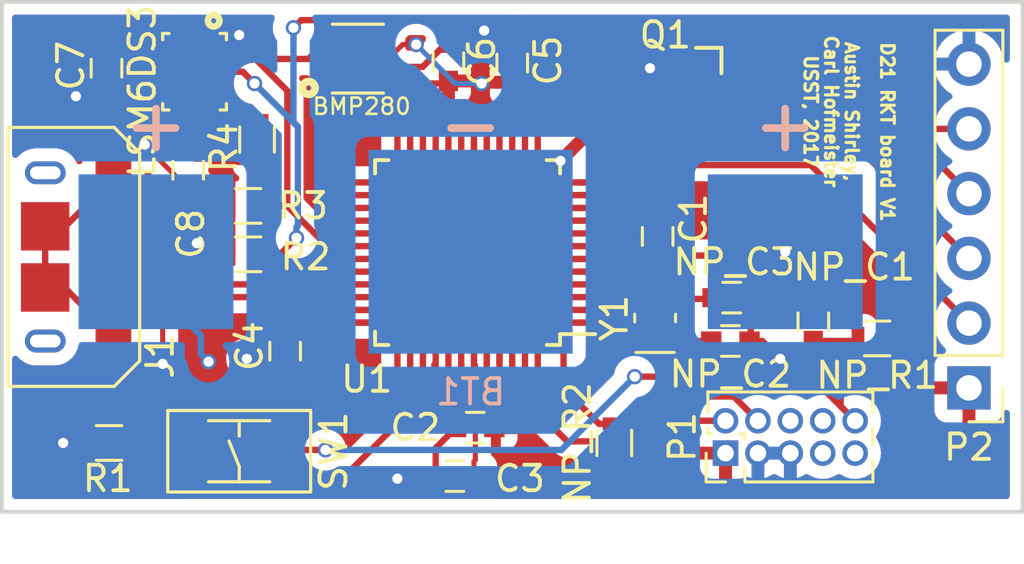
<source format=kicad_pcb>
(kicad_pcb (version 20221018) (generator pcbnew)
  (layers (0 "F.Cu" signal) (31 "B.Cu" signal) (34 "B.Paste" user) (35 "F.Paste" user) (36 "B.SilkS" user "B.Silkscreen") (37 "F.SilkS" user "F.Silkscreen") (38 "B.Mask" user) (39 "F.Mask" user) (44 "Edge.Cuts" user))
  (net 0 "")
  (net 1 "+3.3VP")
  (net 2 "Net-(BT1-Pad2)")
  (net 3 "GND")
  (net 4 "Net-(C3-Pad1)")
  (net 5 "/USB_D-")
  (net 6 "/USB_D+")
  (net 7 "SLD")
  (net 8 "/~{RESET}")
  (net 9 "Net-(NP_C2-Pad2)")
  (net 10 "Net-(NP_C3-Pad2)")
  (net 11 "/SWCLK")
  (net 12 "/SWDIO")
  (net 13 "Net-(R1-Pad2)")
  (net 14 "/SCL")
  (net 15 "/SDA")
  (net 16 "Net-(R4-Pad2)")
  (net 17 "Net-(SW1-Pad4)")
  (net 18 "Net-(J1-Pad1)")
  (net 19 "Net-(J1-Pad4)")
  (net 20 "Net-(P1-Pad6)")
  (net 21 "Net-(P1-Pad7)")
  (net 22 "Net-(P1-Pad8)")
  (net 23 "Net-(P1-Pad9)")
  (net 24 "/A4")
  (net 25 "/A5")
  (net 26 "/GPIO2")
  (net 27 "/GPIO3")
  (net 28 "Net-(U1-Pad3)")
  (net 29 "Net-(U1-Pad4)")
  (net 30 "Net-(U1-Pad7)")
  (net 31 "Net-(U1-Pad8)")
  (net 32 "Net-(U1-Pad13)")
  (net 33 "Net-(U1-Pad14)")
  (net 34 "Net-(U1-Pad15)")
  (net 35 "Net-(U1-Pad16)")
  (net 36 "Net-(U1-Pad19)")
  (net 37 "Net-(U1-Pad20)")
  (net 38 "Net-(U1-Pad21)")
  (net 39 "Net-(U1-Pad22)")
  (net 40 "Net-(U1-Pad23)")
  (net 41 "Net-(U1-Pad24)")
  (net 42 "Net-(U1-Pad25)")
  (net 43 "Net-(U1-Pad26)")
  (net 44 "Net-(U1-Pad27)")
  (net 45 "Net-(U1-Pad28)")
  (net 46 "Net-(U1-Pad29)")
  (net 47 "Net-(U1-Pad30)")
  (net 48 "Net-(U1-Pad37)")
  (net 49 "Net-(U1-Pad38)")
  (net 50 "Net-(U1-Pad39)")
  (net 51 "Net-(U1-Pad41)")
  (net 52 "Net-(U1-Pad47)")
  (net 53 "Net-(U1-Pad48)")
  (net 54 "/LSM_INT1")
  (net 55 "/LSM_INT2")
  (net 56 "Net-(U2-Pad10)")
  (net 57 "Net-(U2-Pad11)")
  (net 58 "Net-(U3-Pad1)")
  (footprint "Capacitors_SMD:C_0603" (layer "F.Cu") (at 165.4 87.6 90)
    (fp_text reference "C1" (at 0.7 1.4 90) (layer "F.SilkS"))
    (fp_text value "100n")
    (pad "1" smd rect (at -0.75 0 90) (size 0.8 0.75) (layers "F.Cu" "F.Paste" "F.Mask") (net 3 "GND"))
    (pad "2" smd rect (at 0.75 0 90) (size 0.8 0.75) (layers "F.Cu" "F.Paste" "F.Mask") (net 1 "+3.3VP"))
  )
  (footprint "Capacitors_SMD:C_0603" (layer "F.Cu") (at 158.25 95.1)
    (fp_text reference "C2" (at -2.35 0) (layer "F.SilkS"))
    (fp_text value "100n")
    (pad "1" smd rect (at -0.75 0) (size 0.8 0.75) (layers "F.Cu" "F.Paste" "F.Mask") (net 3 "GND"))
    (pad "2" smd rect (at 0.75 0) (size 0.8 0.75) (layers "F.Cu" "F.Paste" "F.Mask") (net 1 "+3.3VP"))
  )
  (footprint "Capacitors_SMD:C_0603" (layer "F.Cu") (at 157.45 97 180)
    (fp_text reference "C3" (at -2.55 -0.1 180) (layer "F.SilkS"))
    (fp_text value "1u")
    (pad "1" smd rect (at -0.75 0 180) (size 0.8 0.75) (layers "F.Cu" "F.Paste" "F.Mask") (net 4 "Net-(C3-Pad1)"))
    (pad "2" smd rect (at 0.75 0 180) (size 0.8 0.75) (layers "F.Cu" "F.Paste" "F.Mask") (net 3 "GND"))
  )
  (footprint "Capacitors_SMD:C_0603" (layer "F.Cu") (at 150.8 92.1 -90)
    (fp_text reference "C4" (at -0.2 1.4 270) (layer "F.SilkS"))
    (fp_text value "100n")
    (pad "1" smd rect (at -0.75 0 270) (size 0.8 0.75) (layers "F.Cu" "F.Paste" "F.Mask") (net 3 "GND"))
    (pad "2" smd rect (at 0.75 0 270) (size 0.8 0.75) (layers "F.Cu" "F.Paste" "F.Mask") (net 1 "+3.3VP"))
  )
  (footprint "Capacitors_SMD:C_0603" (layer "F.Cu") (at 159.7 80.8 90)
    (fp_text reference "C5" (at 0.1 1.4 90) (layer "F.SilkS"))
    (fp_text value "100n")
    (pad "1" smd rect (at -0.75 0 90) (size 0.8 0.75) (layers "F.Cu" "F.Paste" "F.Mask") (net 1 "+3.3VP"))
    (pad "2" smd rect (at 0.75 0 90) (size 0.8 0.75) (layers "F.Cu" "F.Paste" "F.Mask") (net 3 "GND"))
  )
  (footprint "Capacitors_SMD:C_0603" (layer "F.Cu") (at 157.2 80.75 90)
    (fp_text reference "C6" (at 0 1.3 90) (layer "F.SilkS"))
    (fp_text value "100n")
    (pad "1" smd rect (at -0.75 0 90) (size 0.8 0.75) (layers "F.Cu" "F.Paste" "F.Mask") (net 1 "+3.3VP"))
    (pad "2" smd rect (at 0.75 0 90) (size 0.8 0.75) (layers "F.Cu" "F.Paste" "F.Mask") (net 3 "GND"))
  )
  (footprint "Capacitors_SMD:C_0603" (layer "F.Cu") (at 143.8 81 -90)
    (fp_text reference "C7" (at -0.1 1.4 270) (layer "F.SilkS"))
    (fp_text value "100n")
    (pad "1" smd rect (at -0.75 0 270) (size 0.8 0.75) (layers "F.Cu" "F.Paste" "F.Mask") (net 1 "+3.3VP"))
    (pad "2" smd rect (at 0.75 0 270) (size 0.8 0.75) (layers "F.Cu" "F.Paste" "F.Mask") (net 3 "GND"))
  )
  (footprint "Capacitors_SMD:C_0603" (layer "F.Cu") (at 147 85 90)
    (fp_text reference "C8" (at -2.5 0.1 90) (layer "F.SilkS"))
    (fp_text value "100n")
    (pad "1" smd rect (at -0.75 0 90) (size 0.8 0.75) (layers "F.Cu" "F.Paste" "F.Mask") (net 3 "GND"))
    (pad "2" smd rect (at 0.75 0 90) (size 0.8 0.75) (layers "F.Cu" "F.Paste" "F.Mask") (net 1 "+3.3VP"))
  )
  (footprint "MF_Connectors:MF_Connectors-MICROUSB-RIGHT" (layer "F.Cu") (at 142.8 88.40214 -90)
    (fp_text reference "J1" (at 3.89786 -3.1 270) (layer "F.SilkS") (effects (font (size 1.016 1.016) (thickness 0.1524))))
    (fp_text value "USB_MICRO_RIGHT")
    (pad "" thru_hole oval (at -3.3 1.4 270) (size 0.5 1.2) (drill oval 0.5 1.2) (layers "Edge.Cuts") (clearance 0.000003))
    (pad "" thru_hole oval (at 3.3 1.4 270) (size 0.5 1.2) (drill oval 0.5 1.2) (layers "Edge.Cuts") (clearance 0.000003))
    (pad "1" smd rect (at -1.29794 -1.27 90) (size 0.39878 1.34874) (layers "F.Cu" "F.Paste" "F.Mask") (net 18 "Net-(J1-Pad1)") (clearance 0.127))
    (pad "2" smd rect (at -0.6477 -1.27 90) (size 0.39878 1.34874) (layers "F.Cu" "F.Paste" "F.Mask") (net 5 "/USB_D-") (clearance 0.127))
    (pad "3" smd rect (at 0 -1.27 90) (size 0.39878 1.34874) (layers "F.Cu" "F.Paste" "F.Mask") (net 6 "/USB_D+") (clearance 0.127))
    (pad "4" smd rect (at 0.6477 -1.27 90) (size 0.39878 1.34874) (layers "F.Cu" "F.Paste" "F.Mask") (net 19 "Net-(J1-Pad4)") (clearance 0.127))
    (pad "5" smd rect (at 1.29794 -1.27 90) (size 0.39878 1.34874) (layers "F.Cu" "F.Paste" "F.Mask") (net 3 "GND") (clearance 0.127))
    (pad "S1" smd oval (at -3.29946 1.39954 90) (size 0.89916 1.59766) (layers "F.Cu" "F.Paste" "F.Mask") (net 7 "SLD"))
    (pad "S2" smd oval (at 3.29946 1.39954 90) (size 0.89916 1.59766) (layers "F.Cu" "F.Paste" "F.Mask") (net 7 "SLD"))
    (pad "S3" smd rect (at -3.19786 -1.27) (size 1.39954 1.59766) (layers "F.Cu" "F.Paste" "F.Mask") (net 7 "SLD"))
    (pad "S4" smd rect (at 3.19786 -1.27) (size 1.39954 1.59766) (layers "F.Cu" "F.Paste" "F.Mask") (net 7 "SLD"))
    (pad "S5" smd rect (at -1.19888 1.40462 270) (size 1.89992 1.89992) (layers "F.Cu" "F.Paste" "F.Mask") (net 7 "SLD"))
    (pad "S6" smd rect (at 1.19888 1.40462 270) (size 1.89992 1.89992) (layers "F.Cu" "F.Paste" "F.Mask") (net 7 "SLD"))
    (pad "S7" smd oval (at -3.29946 1.39954 90) (size 0.89916 1.59766) (layers "B.Cu" "B.Mask"))
    (pad "S8" smd oval (at 3.29946 1.39954 90) (size 0.89916 1.59766) (layers "B.Cu" "B.Mask"))
  )
  (footprint "Capacitors_SMD:C_0603" (layer "F.Cu") (at 171.5 90.95 -90)
    (fp_text reference "NP_C1" (at -2.15 -1.6) (layer "F.SilkS"))
    (fp_text value "100n")
    (pad "1" smd rect (at -0.75 0 270) (size 0.8 0.75) (layers "F.Cu" "F.Paste" "F.Mask") (net 3 "GND"))
    (pad "2" smd rect (at 0.75 0 270) (size 0.8 0.75) (layers "F.Cu" "F.Paste" "F.Mask") (net 8 "/~{RESET}"))
  )
  (footprint "Capacitors_SMD:C_0603" (layer "F.Cu") (at 168.25 91.7 180)
    (fp_text reference "NP_C2" (at 0 -1.3 180) (layer "F.SilkS"))
    (fp_text value "15p")
    (pad "1" smd rect (at -0.75 0 180) (size 0.8 0.75) (layers "F.Cu" "F.Paste" "F.Mask") (net 3 "GND"))
    (pad "2" smd rect (at 0.75 0 180) (size 0.8 0.75) (layers "F.Cu" "F.Paste" "F.Mask") (net 9 "Net-(NP_C2-Pad2)"))
  )
  (footprint "Capacitors_SMD:C_0603" (layer "F.Cu") (at 168.3 90 180)
    (fp_text reference "NP_C3" (at -0.1 1.4 180) (layer "F.SilkS"))
    (fp_text value "15p")
    (pad "1" smd rect (at -0.75 0 180) (size 0.8 0.75) (layers "F.Cu" "F.Paste" "F.Mask") (net 3 "GND"))
    (pad "2" smd rect (at 0.75 0 180) (size 0.8 0.75) (layers "F.Cu" "F.Paste" "F.Mask") (net 10 "Net-(NP_C3-Pad2)"))
  )
  (footprint "Resistors_SMD:R_0603" (layer "F.Cu") (at 174 91.6 180)
    (fp_text reference "NP_R1" (at 0 -1.45 180) (layer "F.SilkS"))
    (fp_text value "10k")
    (pad "1" smd rect (at -0.75 0 180) (size 0.5 0.9) (layers "F.Cu" "F.Paste" "F.Mask") (net 1 "+3.3VP"))
    (pad "2" smd rect (at 0.75 0 180) (size 0.5 0.9) (layers "F.Cu" "F.Paste" "F.Mask") (net 8 "/~{RESET}"))
  )
  (footprint "Resistors_SMD:R_0603" (layer "F.Cu") (at 163.7 95.7 90)
    (fp_text reference "NP_R2" (at 0 -1.45 90) (layer "F.SilkS"))
    (fp_text value "1k")
    (pad "1" smd rect (at -0.75 0 90) (size 0.5 0.9) (layers "F.Cu" "F.Paste" "F.Mask") (net 1 "+3.3VP"))
    (pad "2" smd rect (at 0.75 0 90) (size 0.5 0.9) (layers "F.Cu" "F.Paste" "F.Mask") (net 11 "/SWCLK"))
  )
  (footprint "Pin_Headers:Pin_Header_Straight_2x05_Pitch1.27mm" (layer "F.Cu") (at 168.06 96.1 90)
    (fp_text reference "P1" (at 0.635 -1.695 90) (layer "F.SilkS"))
    (fp_text value "SWD_CONN")
    (pad "1" thru_hole rect (at 0 0 90) (size 1 1) (drill 0.65) (layers "*.Cu" "*.Mask") (net 1 "+3.3VP"))
    (pad "2" thru_hole oval (at 1.27 0 90) (size 1 1) (drill 0.65) (layers "*.Cu" "*.Mask") (net 12 "/SWDIO"))
    (pad "3" thru_hole oval (at 0 1.27 90) (size 1 1) (drill 0.65) (layers "*.Cu" "*.Mask") (net 3 "GND"))
    (pad "4" thru_hole oval (at 1.27 1.27 90) (size 1 1) (drill 0.65) (layers "*.Cu" "*.Mask") (net 11 "/SWCLK"))
    (pad "5" thru_hole oval (at 0 2.54 90) (size 1 1) (drill 0.65) (layers "*.Cu" "*.Mask") (net 3 "GND"))
    (pad "6" thru_hole oval (at 1.27 2.54 90) (size 1 1) (drill 0.65) (layers "*.Cu" "*.Mask") (net 20 "Net-(P1-Pad6)"))
    (pad "7" thru_hole oval (at 0 3.81 90) (size 1 1) (drill 0.65) (layers "*.Cu" "*.Mask") (net 21 "Net-(P1-Pad7)"))
    (pad "8" thru_hole oval (at 1.27 3.81 90) (size 1 1) (drill 0.65) (layers "*.Cu" "*.Mask") (net 22 "Net-(P1-Pad8)"))
    (pad "9" thru_hole oval (at 0 5.08 90) (size 1 1) (drill 0.65) (layers "*.Cu" "*.Mask") (net 23 "Net-(P1-Pad9)"))
    (pad "10" thru_hole oval (at 1.27 5.08 90) (size 1 1) (drill 0.65) (layers "*.Cu" "*.Mask") (net 8 "/~{RESET}"))
  )
  (footprint "robobits-generic:SOT-490" (layer "F.Cu") (at 166.4 81.2 180)
    (fp_text reference "Q1" (at 0.7 1.5 180) (layer "F.SilkS"))
    (fp_text value "RE1C002UN")
    (pad "1" smd rect (at -0.5 0 180) (size 0.46 0.65) (layers "F.Cu" "F.Paste" "F.Mask") (net 1 "+3.3VP"))
    (pad "2" smd rect (at 0.5 0 180) (size 0.46 0.65) (layers "F.Cu" "F.Paste" "F.Mask") (net 3 "GND"))
    (pad "3" smd rect (at 0 -1.05 180) (size 0.46 0.65) (layers "F.Cu" "F.Paste" "F.Mask") (net 2 "Net-(BT1-Pad2)"))
  )
  (footprint "Resistors_SMD:R_0603" (layer "F.Cu") (at 143.9 95.7)
    (fp_text reference "R1" (at -0.05 1.4) (layer "F.SilkS"))
    (fp_text value "330")
    (pad "1" smd rect (at -0.75 0) (size 0.5 0.9) (layers "F.Cu" "F.Paste" "F.Mask") (net 3 "GND"))
    (pad "2" smd rect (at 0.75 0) (size 0.5 0.9) (layers "F.Cu" "F.Paste" "F.Mask") (net 13 "Net-(R1-Pad2)"))
  )
  (footprint "Resistors_SMD:R_0603" (layer "F.Cu") (at 149.35 88.3)
    (fp_text reference "R2" (at 2.25 0.1) (layer "F.SilkS"))
    (fp_text value "4.7k")
    (pad "1" smd rect (at -0.75 0) (size 0.5 0.9) (layers "F.Cu" "F.Paste" "F.Mask") (net 1 "+3.3VP"))
    (pad "2" smd rect (at 0.75 0) (size 0.5 0.9) (layers "F.Cu" "F.Paste" "F.Mask") (net 14 "/SCL"))
  )
  (footprint "Resistors_SMD:R_0603" (layer "F.Cu") (at 149.35 86.4)
    (fp_text reference "R3" (at 2.15 0) (layer "F.SilkS"))
    (fp_text value "4.7k")
    (pad "1" smd rect (at -0.75 0) (size 0.5 0.9) (layers "F.Cu" "F.Paste" "F.Mask") (net 1 "+3.3VP"))
    (pad "2" smd rect (at 0.75 0) (size 0.5 0.9) (layers "F.Cu" "F.Paste" "F.Mask") (net 15 "/SDA"))
  )
  (footprint "Resistors_SMD:R_0603" (layer "F.Cu") (at 149.7 83.8 90)
    (fp_text reference "R4" (at -0.3 -1.3 90) (layer "F.SilkS"))
    (fp_text value "10k")
    (pad "1" smd rect (at -0.75 0 90) (size 0.5 0.9) (layers "F.Cu" "F.Paste" "F.Mask") (net 1 "+3.3VP"))
    (pad "2" smd rect (at 0.75 0 90) (size 0.5 0.9) (layers "F.Cu" "F.Paste" "F.Mask") (net 16 "Net-(R4-Pad2)"))
  )
  (footprint "MF_Switches:MF_Switches-TACT4.2MM" (layer "F.Cu") (at 149 96.02558)
    (fp_text reference "SW1" (at 3.7 0 90) (layer "F.SilkS") (effects (font (size 1.016 1.016) (thickness 0.1524))))
    (fp_text value "TACT_4.2MM")
    (pad "1" smd rect (at -2.07264 -1.07442 90) (size 0.6477 1.04902) (layers "F.Cu" "F.Paste" "F.Mask") (net 13 "Net-(R1-Pad2)"))
    (pad "2" smd rect (at 2.07264 -1.07442 90) (size 0.6477 1.04902) (layers "F.Cu" "F.Paste" "F.Mask") (net 13 "Net-(R1-Pad2)"))
    (pad "3" smd rect (at -2.07264 1.07442 90) (size 0.6477 1.04902) (layers "F.Cu" "F.Paste" "F.Mask") (net 8 "/~{RESET}"))
    (pad "4" smd rect (at 2.07264 1.07442 90) (size 0.6477 1.04902) (layers "F.Cu" "F.Paste" "F.Mask") (net 17 "Net-(SW1-Pad4)"))
  )
  (footprint "Housings_QFP:TQFP-48_7x7mm_Pitch0.5mm" (layer "F.Cu") (at 157.95 88.231108 180)
    (fp_text reference "U1" (at 3.95 -4.968892 180) (layer "F.SilkS"))
    (fp_text value "ATSAMD21G18A")
    (pad "1" smd rect (at -4.35 -2.75 180) (size 1.3 0.25) (layers "F.Cu" "F.Paste" "F.Mask") (net 9 "Net-(NP_C2-Pad2)"))
    (pad "2" smd rect (at -4.35 -2.25 180) (size 1.3 0.25) (layers "F.Cu" "F.Paste" "F.Mask") (net 10 "Net-(NP_C3-Pad2)"))
    (pad "3" smd rect (at -4.35 -1.75 180) (size 1.3 0.25) (layers "F.Cu" "F.Paste" "F.Mask") (net 28 "Net-(U1-Pad3)"))
    (pad "4" smd rect (at -4.35 -1.25 180) (size 1.3 0.25) (layers "F.Cu" "F.Paste" "F.Mask") (net 29 "Net-(U1-Pad4)"))
    (pad "5" smd rect (at -4.35 -0.75 180) (size 1.3 0.25) (layers "F.Cu" "F.Paste" "F.Mask") (net 3 "GND"))
    (pad "6" smd rect (at -4.35 -0.25 180) (size 1.3 0.25) (layers "F.Cu" "F.Paste" "F.Mask") (net 1 "+3.3VP"))
    (pad "7" smd rect (at -4.35 0.25 180) (size 1.3 0.25) (layers "F.Cu" "F.Paste" "F.Mask") (net 30 "Net-(U1-Pad7)"))
    (pad "8" smd rect (at -4.35 0.75 180) (size 1.3 0.25) (layers "F.Cu" "F.Paste" "F.Mask") (net 31 "Net-(U1-Pad8)"))
    (pad "9" smd rect (at -4.35 1.25 180) (size 1.3 0.25) (layers "F.Cu" "F.Paste" "F.Mask") (net 24 "/A4"))
    (pad "10" smd rect (at -4.35 1.75 180) (size 1.3 0.25) (layers "F.Cu" "F.Paste" "F.Mask") (net 25 "/A5"))
    (pad "11" smd rect (at -4.35 2.25 180) (size 1.3 0.25) (layers "F.Cu" "F.Paste" "F.Mask") (net 26 "/GPIO2"))
    (pad "12" smd rect (at -4.35 2.75 180) (size 1.3 0.25) (layers "F.Cu" "F.Paste" "F.Mask") (net 27 "/GPIO3"))
    (pad "13" smd rect (at -2.75 4.35 270) (size 1.3 0.25) (layers "F.Cu" "F.Paste" "F.Mask") (net 32 "Net-(U1-Pad13)"))
    (pad "14" smd rect (at -2.25 4.35 270) (size 1.3 0.25) (layers "F.Cu" "F.Paste" "F.Mask") (net 33 "Net-(U1-Pad14)"))
    (pad "15" smd rect (at -1.75 4.35 270) (size 1.3 0.25) (layers "F.Cu" "F.Paste" "F.Mask") (net 34 "Net-(U1-Pad15)"))
    (pad "16" smd rect (at -1.25 4.35 270) (size 1.3 0.25) (layers "F.Cu" "F.Paste" "F.Mask") (net 35 "Net-(U1-Pad16)"))
    (pad "17" smd rect (at -0.75 4.35 270) (size 1.3 0.25) (layers "F.Cu" "F.Paste" "F.Mask") (net 1 "+3.3VP"))
    (pad "18" smd rect (at -0.25 4.35 270) (size 1.3 0.25) (layers "F.Cu" "F.Paste" "F.Mask") (net 3 "GND"))
    (pad "19" smd rect (at 0.25 4.35 270) (size 1.3 0.25) (layers "F.Cu" "F.Paste" "F.Mask") (net 36 "Net-(U1-Pad19)"))
    (pad "20" smd rect (at 0.75 4.35 270) (size 1.3 0.25) (layers "F.Cu" "F.Paste" "F.Mask") (net 37 "Net-(U1-Pad20)"))
    (pad "21" smd rect (at 1.25 4.35 270) (size 1.3 0.25) (layers "F.Cu" "F.Paste" "F.Mask") (net 38 "Net-(U1-Pad21)"))
    (pad "22" smd rect (at 1.75 4.35 270) (size 1.3 0.25) (layers "F.Cu" "F.Paste" "F.Mask") (net 39 "Net-(U1-Pad22)"))
    (pad "23" smd rect (at 2.25 4.35 270) (size 1.3 0.25) (layers "F.Cu" "F.Paste" "F.Mask") (net 40 "Net-(U1-Pad23)"))
    (pad "24" smd rect (at 2.75 4.35 270) (size 1.3 0.25) (layers "F.Cu" "F.Paste" "F.Mask") (net 41 "Net-(U1-Pad24)"))
    (pad "25" smd rect (at 4.35 2.75 180) (size 1.3 0.25) (layers "F.Cu" "F.Paste" "F.Mask") (net 42 "Net-(U1-Pad25)"))
    (pad "26" smd rect (at 4.35 2.25 180) (size 1.3 0.25) (layers "F.Cu" "F.Paste" "F.Mask") (net 43 "Net-(U1-Pad26)"))
    (pad "27" smd rect (at 4.35 1.75 180) (size 1.3 0.25) (layers "F.Cu" "F.Paste" "F.Mask") (net 44 "Net-(U1-Pad27)"))
    (pad "28" smd rect (at 4.35 1.25 180) (size 1.3 0.25) (layers "F.Cu" "F.Paste" "F.Mask") (net 45 "Net-(U1-Pad28)"))
    (pad "29" smd rect (at 4.35 0.75 180) (size 1.3 0.25) (layers "F.Cu" "F.Paste" "F.Mask") (net 46 "Net-(U1-Pad29)"))
    (pad "30" smd rect (at 4.35 0.25 180) (size 1.3 0.25) (layers "F.Cu" "F.Paste" "F.Mask") (net 47 "Net-(U1-Pad30)"))
    (pad "31" smd rect (at 4.35 -0.25 180) (size 1.3 0.25) (layers "F.Cu" "F.Paste" "F.Mask") (net 15 "/SDA"))
    (pad "32" smd rect (at 4.35 -0.75 180) (size 1.3 0.25) (layers "F.Cu" "F.Paste" "F.Mask") (net 14 "/SCL"))
    (pad "33" smd rect (at 4.35 -1.25 180) (size 1.3 0.25) (layers "F.Cu" "F.Paste" "F.Mask") (net 5 "/USB_D-"))
    (pad "34" smd rect (at 4.35 -1.75 180) (size 1.3 0.25) (layers "F.Cu" "F.Paste" "F.Mask") (net 6 "/USB_D+"))
    (pad "35" smd rect (at 4.35 -2.25 180) (size 1.3 0.25) (layers "F.Cu" "F.Paste" "F.Mask") (net 3 "GND"))
    (pad "36" smd rect (at 4.35 -2.75 180) (size 1.3 0.25) (layers "F.Cu" "F.Paste" "F.Mask") (net 1 "+3.3VP"))
    (pad "37" smd rect (at 2.75 -4.35 270) (size 1.3 0.25) (layers "F.Cu" "F.Paste" "F.Mask") (net 48 "Net-(U1-Pad37)"))
    (pad "38" smd rect (at 2.25 -4.35 270) (size 1.3 0.25) (layers "F.Cu" "F.Paste" "F.Mask") (net 49 "Net-(U1-Pad38)"))
    (pad "39" smd rect (at 1.75 -4.35 270) (size 1.3 0.25) (layers "F.Cu" "F.Paste" "F.Mask") (net 50 "Net-(U1-Pad39)"))
    (pad "40" smd rect (at 1.25 -4.35 270) (size 1.3 0.25) (layers "F.Cu" "F.Paste" "F.Mask") (net 17 "Net-(SW1-Pad4)"))
    (pad "41" smd rect (at 0.75 -4.35 270) (size 1.3 0.25) (layers "F.Cu" "F.Paste" "F.Mask") (net 51 "Net-(U1-Pad41)"))
    (pad "42" smd rect (at 0.25 -4.35 270) (size 1.3 0.25) (layers "F.Cu" "F.Paste" "F.Mask") (net 3 "GND"))
    (pad "43" smd rect (at -0.25 -4.35 270) (size 1.3 0.25) (layers "F.Cu" "F.Paste" "F.Mask") (net 4 "Net-(C3-Pad1)"))
    (pad "44" smd rect (at -0.75 -4.35 270) (size 1.3 0.25) (layers "F.Cu" "F.Paste" "F.Mask") (net 1 "+3.3VP"))
    (pad "45" smd rect (at -1.25 -4.35 270) (size 1.3 0.25) (layers "F.Cu" "F.Paste" "F.Mask") (net 11 "/SWCLK"))
    (pad "46" smd rect (at -1.75 -4.35 270) (size 1.3 0.25) (layers "F.Cu" "F.Paste" "F.Mask") (net 12 "/SWDIO"))
    (pad "47" smd rect (at -2.25 -4.35 270) (size 1.3 0.25) (layers "F.Cu" "F.Paste" "F.Mask") (net 52 "Net-(U1-Pad47)"))
    (pad "48" smd rect (at -2.75 -4.35 270) (size 1.3 0.25) (layers "F.Cu" "F.Paste" "F.Mask") (net 53 "Net-(U1-Pad48)"))
  )
  (footprint "robobits-generic:LGA-14" (layer "F.Cu") (at 147.25 81.1375 -90)
    (fp_text reference "U2")
    (fp_text value "LSM6DS3" (at 0.7625 2.05 270) (layer "F.SilkS") (effects (font (size 1.00051 1.00051))))
    (pad "1" smd rect (at -1.2625 -0.75 270) (size 0.675 0.25) (layers "F.Cu" "F.Paste" "F.Mask") (net 3 "GND"))
    (pad "2" smd rect (at -1.2625 -0.25 270) (size 0.675 0.25) (layers "F.Cu" "F.Paste" "F.Mask") (net 3 "GND"))
    (pad "3" smd rect (at -1.2625 0.25 270) (size 0.675 0.25) (layers "F.Cu" "F.Paste" "F.Mask") (net 3 "GND"))
    (pad "4" smd rect (at -1.2625 0.75 270) (size 0.675 0.25) (layers "F.Cu" "F.Paste" "F.Mask") (net 54 "/LSM_INT1"))
    (pad "5" smd rect (at -0.5 1.0125 180) (size 0.675 0.25) (layers "F.Cu" "F.Paste" "F.Mask") (net 1 "+3.3VP"))
    (pad "6" smd rect (at 0 1.0125 180) (size 0.675 0.25) (layers "F.Cu" "F.Paste" "F.Mask") (net 3 "GND"))
    (pad "7" smd rect (at 0.5 1.0125 180) (size 0.675 0.25) (layers "F.Cu" "F.Paste" "F.Mask") (net 3 "GND"))
    (pad "8" smd rect (at 1.2625 0.75 270) (size 0.675 0.25) (layers "F.Cu" "F.Paste" "F.Mask") (net 1 "+3.3VP"))
    (pad "9" smd rect (at 1.2625 0.25 270) (size 0.675 0.25) (layers "F.Cu" "F.Paste" "F.Mask") (net 55 "/LSM_INT2"))
    (pad "10" smd rect (at 1.2625 -0.25 270) (size 0.675 0.25) (layers "F.Cu" "F.Paste" "F.Mask") (net 56 "Net-(U2-Pad10)"))
    (pad "11" smd rect (at 1.2625 -0.75 270) (size 0.675 0.25) (layers "F.Cu" "F.Paste" "F.Mask") (net 57 "Net-(U2-Pad11)"))
    (pad "12" smd rect (at 0.5 -1.0125) (size 0.675 0.25) (layers "F.Cu" "F.Paste" "F.Mask") (net 16 "Net-(R4-Pad2)"))
    (pad "13" smd rect (at 0 -1.0125) (size 0.675 0.25) (layers "F.Cu" "F.Paste" "F.Mask") (net 14 "/SCL"))
    (pad "14" smd rect (at -0.5 -1.0125) (size 0.675 0.25) (layers "F.Cu" "F.Paste" "F.Mask") (net 15 "/SDA"))
  )
  (footprint "robobits-generic:LGA-8" (layer "F.Cu") (at 153.65 80.625 180)
    (fp_text reference "U3")
    (fp_text value "BMP280" (at -0.15 -1.875 180) (layer "F.SilkS") (effects (font (size 0.640485 0.640485) (thickness 0.1))))
    (pad "1" smd rect (at 0.95 -0.975 180) (size 0.8 0.35) (layers "F.Cu" "F.Paste" "F.Mask") (net 58 "Net-(U3-Pad1)"))
    (pad "2" smd rect (at 0.95 -0.325 180) (size 0.8 0.35) (layers "F.Cu" "F.Paste" "F.Mask") (net 1 "+3.3VP"))
    (pad "3" smd rect (at 0.95 0.325 180) (size 0.8 0.35) (layers "F.Cu" "F.Paste" "F.Mask") (net 15 "/SDA"))
    (pad "4" smd rect (at 0.95 0.975 180) (size 0.8 0.35) (layers "F.Cu" "F.Paste" "F.Mask") (net 14 "/SCL"))
    (pad "5" smd rect (at -0.95 0.975 180) (size 0.8 0.35) (layers "F.Cu" "F.Paste" "F.Mask") (net 3 "GND"))
    (pad "6" smd rect (at -0.95 0.325 180) (size 0.8 0.35) (layers "F.Cu" "F.Paste" "F.Mask") (net 1 "+3.3VP"))
    (pad "7" smd rect (at -0.95 -0.325 180) (size 0.8 0.35) (layers "F.Cu" "F.Paste" "F.Mask") (net 3 "GND"))
    (pad "8" smd rect (at -0.95 -0.975 180) (size 0.8 0.35) (layers "F.Cu" "F.Paste" "F.Mask") (net 1 "+3.3VP"))
  )
  (footprint "Crystals:Crystal_SMD_MicroCrystal_CC8V-T1A-2pin_2.0x1.2mm" (layer "F.Cu") (at 165.3 90.8 90)
    (fp_text reference "Y1" (at 0 -1.6 90) (layer "F.SilkS"))
    (fp_text value "ABS06-107-32.768KHZ-T")
    (pad "1" smd rect (at -0.75 0 90) (size 0.8 1.5) (layers "F.Cu" "F.Paste" "F.Mask") (net 9 "Net-(NP_C2-Pad2)"))
    (pad "2" smd rect (at 0.75 0 90) (size 0.8 1.5) (layers "F.Cu" "F.Paste" "F.Mask") (net 10 "Net-(NP_C3-Pad2)"))
  )
  (footprint "Pin_Headers:Pin_Header_Straight_1x06_Pitch2.54mm" (layer "F.Cu") (at 177.6 93.54 180)
    (fp_text reference "P2" (at 0 -2.33 180) (layer "F.SilkS"))
    (fp_text value "CONN_01X06")
    (pad "1" thru_hole rect (at 0 0 180) (size 1.7 1.7) (drill 1) (layers "*.Cu" "*.Mask") (net 1 "+3.3VP"))
    (pad "2" thru_hole oval (at 0 2.54 180) (size 1.7 1.7) (drill 1) (layers "*.Cu" "*.Mask") (net 24 "/A4"))
    (pad "3" thru_hole oval (at 0 5.08 180) (size 1.7 1.7) (drill 1) (layers "*.Cu" "*.Mask") (net 25 "/A5"))
    (pad "4" thru_hole oval (at 0 7.62 180) (size 1.7 1.7) (drill 1) (layers "*.Cu" "*.Mask") (net 26 "/GPIO2"))
    (pad "5" thru_hole oval (at 0 10.16 180) (size 1.7 1.7) (drill 1) (layers "*.Cu" "*.Mask") (net 27 "/GPIO3"))
    (pad "6" thru_hole oval (at 0 12.7 180) (size 1.7 1.7) (drill 1) (layers "*.Cu" "*.Mask") (net 3 "GND"))
  )
  (footprint "robobits-generic:BK-833" (layer "B.Cu") (at 158.07 88.2 180)
    (fp_text reference "BT1" (at 0 -5.5 180) (layer "B.SilkS") (effects (justify mirror)))
    (fp_text value "BK-883")
    (fp_text user "+" (at 12.33 5 180) (layer "B.SilkS") (effects (font (size 2 2) (thickness 0.3)) (justify mirror)))
    (fp_text user "+" (at -12.33 5 180) (layer "B.SilkS") (effects (font (size 2 2) (thickness 0.3)) (justify mirror)))
    (fp_text user "-" (at 0 5 180) (layer "B.SilkS") (effects (font (size 2 2) (thickness 0.3)) (justify mirror)))
    (pad "1" smd rect (at -12.33 0 180) (size 6.07 6.07) (layers "B.Cu" "B.Paste" "B.Mask") (net 1 "+3.3VP"))
    (pad "1" smd rect (at 12.33 0 180) (size 6.07 6.07) (layers "B.Cu" "B.Paste" "B.Mask") (net 1 "+3.3VP"))
    (pad "2" smd rect (at 0 0 180) (size 8 8) (layers "B.Cu" "B.Paste" "B.Mask") (net 2 "Net-(BT1-Pad2)"))
  )
  (gr_line (start 139.7 78.4) (end 139.7 98.4) (stroke (width 0.15)) (layer "Edge.Cuts"))
  (gr_line (start 179.7 78.4) (end 139.7 78.4) (stroke (width 0.15)) (layer "Edge.Cuts"))
  (gr_line (start 179.7 98.4) (end 179.7 78.4) (stroke (width 0.15)) (layer "Edge.Cuts"))
  (gr_line (start 139.7 98.4) (end 179.7 98.4) (stroke (width 0.15)) (layer "Edge.Cuts"))
  (gr_text "Austin Shirley,\nCarl Hofmeister\nUSST, 2017" (at 172.2 82.7 270) (layer "F.SilkS") (effects (font (size 0.5 0.5) (thickness 0.125))))
  (gr_text "D21 RKT board V1" (at 174.4 83.5 270) (layer "F.SilkS") (effects (font (size 0.5 0.5) (thickness 0.125))))
  (segment (start 152.7 90.981108) (end 153.6 90.981108) (width 0.25) (layer "F.Cu") (net 1))
  (segment (start 153.6 90.981108) (end 158 90.981108) (width 0.25) (layer "F.Cu") (net 1))
  (segment (start 157.1 81.6) (end 157.2 81.5) (width 0.25) (layer "F.Cu") (net 1))
  (segment (start 144.8125 80.6375) (end 146.2375 80.6375) (width 0.25) (layer "F.Cu") (net 1))
  (segment (start 158.7 83.881108) (end 158.7 81.8) (width 0.25) (layer "F.Cu") (net 1))
  (segment (start 158.7 83.881108) (end 158.7 86.567334) (width 0.25) (layer "F.Cu") (net 1))
  (segment (start 146.5 83.75) (end 146.45 83.75) (width 0.25) (layer "F.Cu") (net 1))
  (segment (start 165.4 86.85) (end 169.05 86.85) (width 0.25) (layer "F.Cu") (net 1))
  (segment (start 153.439998 80.95) (end 154.089998 81.6) (width 0.25) (layer "F.Cu") (net 1))
  (segment (start 158.7 91.681108) (end 158.7 92.581108) (width 0.25) (layer "F.Cu") (net 1))
  (segment (start 161.056107 88.825001) (end 161.4 88.481108) (width 0.25) (layer "F.Cu") (net 1))
  (segment (start 157.444999 87.822335) (end 157.444999 88.500001) (width 0.25) (layer "F.Cu") (net 1))
  (segment (start 158 90.981108) (end 158.7 91.681108) (width 0.25) (layer "F.Cu") (net 1))
  (segment (start 155.93502 80.071177) (end 155.405709 80.071177) (width 0.2) (layer "F.Cu") (net 1))
  (segment (start 155.176886 80.3) (end 154.6 80.3) (width 0.2) (layer "F.Cu") (net 1))
  (segment (start 164.775 86.85) (end 164.3 87.325) (width 0.25) (layer "F.Cu") (net 1))
  (segment (start 158.7 92.581108) (end 158.7 93.8) (width 0.25) (layer "F.Cu") (net 1))
  (segment (start 158.7 81.8) (end 158.5 81.6) (width 0.25) (layer "F.Cu") (net 1))
  (segment (start 159.65 81.6) (end 159.7 81.55) (width 0.2) (layer "F.Cu") (net 1))
  (segment (start 152.643892 90.981108) (end 152.7 90.981108) (width 0.25) (layer "F.Cu") (net 1))
  (segment (start 158.7 93.8) (end 159 94.1) (width 0.25) (layer "F.Cu") (net 1))
  (segment (start 154.6 81.6) (end 157.1 81.6) (width 0.25) (layer "F.Cu") (net 1))
  (segment (start 157.444999 88.500001) (end 157.769999 88.825001) (width 0.25) (layer "F.Cu") (net 1))
  (segment (start 149.7 84.55) (end 147.3 84.55) (width 0.25) (layer "F.Cu") (net 1))
  (segment (start 146.5 82.4) (end 146.5 83.75) (width 0.25) (layer "F.Cu") (net 1))
  (segment (start 144.425 80.25) (end 144.8125 80.6375) (width 0.25) (layer "F.Cu") (net 1))
  (segment (start 150.8 92.85) (end 150.8 92.825) (width 0.25) (layer "F.Cu") (net 1))
  (segment (start 161.4 88.481108) (end 162.3 88.481108) (width 0.25) (layer "F.Cu") (net 1))
  (segment (start 164.118892 88.481108) (end 162.3 88.481108) (width 0.25) (layer "F.Cu") (net 1))
  (segment (start 158.5 81.6) (end 159.65 81.6) (width 0.2) (layer "F.Cu") (net 1))
  (segment (start 146.5 83.75) (end 147 84.25) (width 0.25) (layer "F.Cu") (net 1))
  (segment (start 169.05 86.85) (end 170.4 88.2) (width 0.25) (layer "F.Cu") (net 1))
  (segment (start 164.3 87.325) (end 164.3 88.3) (width 0.25) (layer "F.Cu") (net 1))
  (segment (start 157.769999 88.825001) (end 161.056107 88.825001) (width 0.25) (layer "F.Cu") (net 1))
  (segment (start 155.90522 80.100977) (end 155.93502 80.071177) (width 0.2) (layer "F.Cu") (net 1))
  (segment (start 146.125 82.4) (end 145.825 82.7) (width 0.25) (layer "F.Cu") (net 1))
  (segment (start 154.089998 81.6) (end 154.6 81.6) (width 0.25) (layer "F.Cu") (net 1))
  (segment (start 146.45 83.75) (end 146 83.3) (width 0.25) (layer "F.Cu") (net 1))
  (segment (start 143.8 80.25) (end 144.425 80.25) (width 0.25) (layer "F.Cu") (net 1))
  (segment (start 164.3 88.3) (end 164.118892 88.481108) (width 0.25) (layer "F.Cu") (net 1))
  (segment (start 147.3 84.55) (end 147 84.25) (width 0.25) (layer "F.Cu") (net 1))
  (segment (start 146.5 82.4) (end 146.125 82.4) (width 0.25) (layer "F.Cu") (net 1))
  (segment (start 158.7 86.567334) (end 157.444999 87.822335) (width 0.25) (layer "F.Cu") (net 1))
  (segment (start 152.7 80.95) (end 153.439998 80.95) (width 0.25) (layer "F.Cu") (net 1))
  (segment (start 159 94.1) (end 159 95.1) (width 0.25) (layer "F.Cu") (net 1))
  (segment (start 165.4 86.85) (end 164.775 86.85) (width 0.25) (layer "F.Cu") (net 1))
  (segment (start 155.405709 80.071177) (end 155.176886 80.3) (width 0.2) (layer "F.Cu") (net 1))
  (segment (start 150.8 92.825) (end 152.643892 90.981108) (width 0.25) (layer "F.Cu") (net 1))
  (via (at 147.338795 87.863721) (size 0.6) (drill 0.4) (layers "F.Cu" "B.Cu") (net 1))
  (via (at 155.93502 80.071177) (size 0.6) (drill 0.4) (layers "F.Cu" "B.Cu") (net 1))
  (via (at 170.4 88.2) (size 0.6) (drill 0.4) (layers "F.Cu" "B.Cu") (net 1))
  (via (at 147.798559 92.51369) (size 0.6) (drill 0.4) (layers "F.Cu" "B.Cu") (net 1))
  (via (at 158.5 81.6) (size 0.6) (drill 0.4) (layers "F.Cu" "B.Cu") (net 1))
  (segment (start 158.5 81.6) (end 157.463843 81.6) (width 0.2) (layer "B.Cu") (net 1))
  (segment (start 157.463843 81.6) (end 156.235019 80.371176) (width 0.2) (layer "B.Cu") (net 1))
  (segment (start 147.002516 88.2) (end 147.038796 88.16372) (width 0.25) (layer "B.Cu") (net 1))
  (segment (start 145.74 88.2) (end 147.002516 88.2) (width 0.25) (layer "B.Cu") (net 1))
  (segment (start 147.49856 91.482118) (end 147.49856 92.213691) (width 0.25) (layer "B.Cu") (net 1))
  (segment (start 145.74 89.723558) (end 147.49856 91.482118) (width 0.25) (layer "B.Cu") (net 1))
  (segment (start 147.038796 88.16372) (end 147.338795 87.863721) (width 0.25) (layer "B.Cu") (net 1))
  (segment (start 147.49856 92.213691) (end 147.798559 92.51369) (width 0.25) (layer "B.Cu") (net 1))
  (segment (start 156.235019 80.371176) (end 155.93502 80.071177) (width 0.2) (layer "B.Cu") (net 1))
  (segment (start 145.74 88.2) (end 145.74 89.723558) (width 0.25) (layer "B.Cu") (net 1))
  (segment (start 166.4 82.25) (end 163.976818 82.25) (width 0.5) (layer "F.Cu") (net 2))
  (segment (start 163.976818 82.25) (end 161.590902 84.635916) (width 0.5) (layer "F.Cu") (net 2))
  (via (at 161.590902 84.635916) (size 0.6) (drill 0.4) (layers "F.Cu" "B.Cu") (net 2))
  (segment (start 155.383001 79.091999) (end 158.166999 79.091999) (width 0.2) (layer "F.Cu") (net 3))
  (segment (start 143.8 81.75) (end 144.762766 81.75) (width 0.25) (layer "F.Cu") (net 3))
  (segment (start 151.425 91.35) (end 152.293892 90.481108) (width 0.25) (layer "F.Cu") (net 3))
  (segment (start 147 85.75) (end 147 85.725) (width 0.2) (layer "F.Cu") (net 3))
  (segment (start 143.15 95.7) (end 142.1 95.7) (width 0.2) (layer "F.Cu") (net 3))
  (segment (start 147 85.725) (end 145.3 84.025) (width 0.2) (layer "F.Cu") (net 3))
  (segment (start 169.05 90) (end 171.3 90) (width 0.25) (layer "F.Cu") (net 3))
  (segment (start 165.9 81.2) (end 165.3 81.2) (width 0.2) (layer "F.Cu") (net 3))
  (segment (start 146.2375 81.1375) (end 146.2375 81.6375) (width 0.25) (layer "F.Cu") (net 3))
  (segment (start 143.8 81.75) (end 142.95 81.75) (width 0.2) (layer "F.Cu") (net 3))
  (segment (start 150.8 91.35) (end 150.35 91.35) (width 0.25) (layer "F.Cu") (net 3))
  (segment (start 156.7 97) (end 156.7 95.9) (width 0.25) (layer "F.Cu") (net 3))
  (segment (start 146.233408 81.633408) (end 146.2375 81.6375) (width 0.25) (layer "F.Cu") (net 3))
  (segment (start 152.293892 90.481108) (end 152.7 90.481108) (width 0.25) (layer "F.Cu") (net 3))
  (segment (start 165.4 88.35) (end 168.025 88.35) (width 0.25) (layer "F.Cu") (net 3))
  (segment (start 154.5 90.481108) (end 153.6 90.481108) (width 0.25) (layer "F.Cu") (net 3))
  (segment (start 157.7 92.581108) (end 157.7 93.79366) (width 0.25) (layer "F.Cu") (net 3))
  (segment (start 155.554786 87.493046) (end 155.554786 89.386324) (width 0.25) (layer "F.Cu") (net 3))
  (segment (start 169 91.7) (end 169.5 91.7) (width 0.25) (layer "F.Cu") (net 3))
  (segment (start 150.35 91.35) (end 149.3 92.4) (width 0.25) (layer "F.Cu") (net 3))
  (segment (start 171.3 90) (end 171.5 90.2) (width 0.25) (layer "F.Cu") (net 3))
  (segment (start 156.7 95.9) (end 157.5 95.1) (width 0.25) (layer "F.Cu") (net 3))
  (segment (start 144.54498 89.70008) (end 146 91.1551) (width 0.2) (layer "F.Cu") (net 3))
  (segment (start 164.768892 88.981108) (end 165.4 88.35) (width 0.25) (layer "F.Cu") (net 3))
  (segment (start 169.5 91.7) (end 170.2 92.4) (width 0.25) (layer "F.Cu") (net 3))
  (segment (start 157.2 80) (end 159.65 80) (width 0.25) (layer "F.Cu") (net 3))
  (segment (start 158.2 83.881108) (end 158.2 84.847832) (width 0.25) (layer "F.Cu") (net 3))
  (segment (start 158.166999 79.091999) (end 158.6 79.525) (width 0.25) (layer "F.Cu") (net 3))
  (segment (start 144.879358 81.633408) (end 146.233408 81.633408) (width 0.25) (layer "F.Cu") (net 3))
  (segment (start 152.7 90.481108) (end 153.6 90.481108) (width 0.25) (layer "F.Cu") (net 3))
  (segment (start 155.3 97) (end 155.2 97.1) (width 0.25) (layer "F.Cu") (net 3))
  (segment (start 154.510001 90.431109) (end 154.5 90.431109) (width 0.25) (layer "F.Cu") (net 3))
  (segment (start 147 79.875) (end 147.5 79.875) (width 0.2) (layer "F.Cu") (net 3))
  (segment (start 154.6 79.65) (end 154.825 79.65) (width 0.2) (layer "F.Cu") (net 3))
  (segment (start 145.3 84.025) (end 145.3 84) (width 0.2) (layer "F.Cu") (net 3))
  (segment (start 158.2 84.847832) (end 155.554786 87.493046) (width 0.25) (layer "F.Cu") (net 3))
  (segment (start 144.762766 81.75) (end 144.879358 81.633408) (width 0.25) (layer "F.Cu") (net 3))
  (segment (start 155.25 80.95) (end 154.6 80.95) (width 0.25) (layer "F.Cu") (net 3))
  (segment (start 146 91.1551) (end 146 92.6) (width 0.2) (layer "F.Cu") (net 3))
  (segment (start 157.138597 80) (end 156.188597 80.95) (width 0.25) (layer "F.Cu") (net 3))
  (segment (start 148 79.875) (end 147.5 79.875) (width 0.2) (layer "F.Cu") (net 3))
  (segment (start 168.025 88.35) (end 169.05 89.375) (width 0.25) (layer "F.Cu") (net 3))
  (segment (start 156.7 97) (end 155.3 97) (width 0.25) (layer "F.Cu") (net 3))
  (segment (start 148.825 79.875) (end 149 79.7) (width 0.2) (layer "F.Cu") (net 3))
  (segment (start 154.825 79.65) (end 155.383001 79.091999) (width 0.2) (layer "F.Cu") (net 3))
  (segment (start 157.5 93.99366) (end 157.5 95.1) (width 0.25) (layer "F.Cu") (net 3))
  (segment (start 169.05 90) (end 169.05 91.65) (width 0.25) (layer "F.Cu") (net 3))
  (segment (start 154.5 90.431109) (end 154.5 90.481108) (width 0.25) (layer "F.Cu") (net 3))
  (segment (start 144.07 89.70008) (end 144.54498 89.70008) (width 0.2) (layer "F.Cu") (net 3))
  (segment (start 169.05 91.65) (end 169 91.7) (width 0.25) (layer "F.Cu") (net 3))
  (segment (start 165.3 81.2) (end 165.1 81) (width 0.2) (layer "F.Cu") (net 3))
  (segment (start 157.7 93.79366) (end 157.5 93.99366) (width 0.25) (layer "F.Cu") (net 3))
  (segment (start 155.554786 89.386324) (end 154.510001 90.431109) (width 0.25) (layer "F.Cu") (net 3))
  (segment (start 158.6 79.525) (end 159.125 80.05) (width 0.2) (layer "F.Cu") (net 3))
  (segment (start 169.05 89.375) (end 169.05 90) (width 0.25) (layer "F.Cu") (net 3))
  (segment (start 159.125 80.05) (end 159.7 80.05) (width 0.2) (layer "F.Cu") (net 3))
  (segment (start 150.8 91.35) (end 151.425 91.35) (width 0.25) (layer "F.Cu") (net 3))
  (segment (start 159.65 80) (end 159.7 80.05) (width 0.25) (layer "F.Cu") (net 3))
  (segment (start 162.3 88.981108) (end 164.768892 88.981108) (width 0.25) (layer "F.Cu") (net 3))
  (segment (start 157.2 80) (end 157.138597 80) (width 0.25) (layer "F.Cu") (net 3))
  (segment (start 148 79.875) (end 148.825 79.875) (width 0.2) (layer "F.Cu") (net 3))
  (segment (start 142.95 81.75) (end 142.6 82.1) (width 0.2) (layer "F.Cu") (net 3))
  (segment (start 156.188597 80.95) (end 155.25 80.95) (width 0.25) (layer "F.Cu") (net 3))
  (via (at 142.6 82.1) (size 0.6) (drill 0.4) (layers "F.Cu" "B.Cu") (net 3))
  (via (at 149.3 92.4) (size 0.6) (drill 0.4) (layers "F.Cu" "B.Cu") (net 3))
  (via (at 146 92.6) (size 0.6) (drill 0.4) (layers "F.Cu" "B.Cu") (net 3))
  (via (at 170.2 92.4) (size 0.6) (drill 0.4) (layers "F.Cu" "B.Cu") (net 3))
  (via (at 155.2 97.1) (size 0.6) (drill 0.4) (layers "F.Cu" "B.Cu") (net 3))
  (via (at 145.3 84) (size 0.6) (drill 0.4) (layers "F.Cu" "B.Cu") (net 3))
  (via (at 142.1 95.7) (size 0.6) (drill 0.4) (layers "F.Cu" "B.Cu") (net 3))
  (via (at 149 79.7) (size 0.6) (drill 0.4) (layers "F.Cu" "B.Cu") (net 3))
  (via (at 158.6 79.525) (size 0.6) (drill 0.4) (layers "F.Cu" "B.Cu") (net 3))
  (via (at 165.1 81) (size 0.6) (drill 0.4) (layers "F.Cu" "B.Cu") (net 3))
  (segment (start 158.2 97) (end 158.2 96.425) (width 0.2) (layer "F.Cu") (net 4))
  (segment (start 158.25545 96.36955) (end 158.25545 92.636558) (width 0.2) (layer "F.Cu") (net 4))
  (segment (start 158.25545 92.636558) (end 158.2 92.581108) (width 0.2) (layer "F.Cu") (net 4))
  (segment (start 158.2 96.425) (end 158.25545 96.36955) (width 0.2) (layer "F.Cu") (net 4))
  (segment (start 144.37 87.75444) (end 145.290676 87.75444) (width 0.25) (layer "F.Cu") (net 5))
  (segment (start 147.017344 89.481108) (end 152.7 89.481108) (width 0.25) (layer "F.Cu") (net 5))
  (segment (start 152.7 89.481108) (end 153.6 89.481108) (width 0.25) (layer "F.Cu") (net 5))
  (segment (start 145.290676 87.75444) (end 147.017344 89.481108) (width 0.25) (layer "F.Cu") (net 5))
  (segment (start 152.7 89.981108) (end 153.6 89.981108) (width 0.25) (layer "F.Cu") (net 6))
  (segment (start 145.29437 88.40214) (end 146.873338 89.981108) (width 0.25) (layer "F.Cu") (net 6))
  (segment (start 146.873338 89.981108) (end 152.7 89.981108) (width 0.25) (layer "F.Cu") (net 6))
  (segment (start 144.37 88.40214) (end 145.29437 88.40214) (width 0.25) (layer "F.Cu") (net 6))
  (segment (start 142.148698 89.60102) (end 141.39538 89.60102) (width 0.25) (layer "F.Cu") (net 7))
  (segment (start 141.39538 89.60102) (end 141.39538 87.20326) (width 0.25) (layer "F.Cu") (net 7))
  (segment (start 142.187278 87.20326) (end 144.07 85.320538) (width 0.25) (layer "F.Cu") (net 7))
  (segment (start 141.39538 87.20326) (end 142.187278 87.20326) (width 0.25) (layer "F.Cu") (net 7))
  (segment (start 144.07 85.320538) (end 144.07 85.20428) (width 0.25) (layer "F.Cu") (net 7))
  (segment (start 144.07 91.522322) (end 142.148698 89.60102) (width 0.25) (layer "F.Cu") (net 7))
  (segment (start 144.07 91.6) (end 144.07 91.522322) (width 0.25) (layer "F.Cu") (net 7))
  (segment (start 147.70187 97.1) (end 148.82759 95.97428) (width 0.25) (layer "F.Cu") (net 8))
  (segment (start 146.92736 97.1) (end 147.70187 97.1) (width 0.25) (layer "F.Cu") (net 8))
  (segment (start 173.15 91.7) (end 173.25 91.6) (width 0.25) (layer "F.Cu") (net 8))
  (segment (start 164.5 93.1) (end 171.41 93.1) (width 0.25) (layer "F.Cu") (net 8))
  (segment (start 172.57 92.145) (end 172.57 94.26) (width 0.25) (layer "F.Cu") (net 8))
  (segment (start 151.956447 95.97428) (end 152.380711 95.97428) (width 0.25) (layer "F.Cu") (net 8))
  (segment (start 171.41 93.1) (end 173.14 94.83) (width 0.25) (layer "F.Cu") (net 8))
  (segment (start 148.82759 95.97428) (end 151.956447 95.97428) (width 0.25) (layer "F.Cu") (net 8))
  (segment (start 172.125 91.7) (end 171.5 91.7) (width 0.25) (layer "F.Cu") (net 8))
  (segment (start 172.57 94.26) (end 173.14 94.83) (width 0.25) (layer "F.Cu") (net 8))
  (segment (start 171.5 91.7) (end 173.15 91.7) (width 0.25) (layer "F.Cu") (net 8))
  (segment (start 172.57 92.145) (end 172.125 91.7) (width 0.25) (layer "F.Cu") (net 8))
  (via (at 152.380711 95.97428) (size 0.6) (drill 0.4) (layers "F.Cu" "B.Cu") (net 8))
  (via (at 164.5 93.1) (size 0.6) (drill 0.4) (layers "F.Cu" "B.Cu") (net 8))
  (segment (start 161.62572 95.97428) (end 152.804975 95.97428) (width 0.25) (layer "B.Cu") (net 8))
  (segment (start 164.5 93.1) (end 161.62572 95.97428) (width 0.25) (layer "B.Cu") (net 8))
  (segment (start 152.804975 95.97428) (end 152.380711 95.97428) (width 0.25) (layer "B.Cu") (net 8))
  (segment (start 165.45 91.7) (end 165.3 91.55) (width 0.25) (layer "F.Cu") (net 9))
  (segment (start 163.581108 90.981108) (end 164.15 91.55) (width 0.25) (layer "F.Cu") (net 9))
  (segment (start 162.3 90.981108) (end 163.581108 90.981108) (width 0.25) (layer "F.Cu") (net 9))
  (segment (start 164.15 91.55) (end 165.3 91.55) (width 0.25) (layer "F.Cu") (net 9))
  (segment (start 167.5 91.7) (end 165.45 91.7) (width 0.25) (layer "F.Cu") (net 9))
  (segment (start 162.3 90.481108) (end 163.518892 90.481108) (width 0.25) (layer "F.Cu") (net 10))
  (segment (start 163.95 90.05) (end 165.3 90.05) (width 0.25) (layer "F.Cu") (net 10))
  (segment (start 165.3 90.05) (end 167.5 90.05) (width 0.25) (layer "F.Cu") (net 10))
  (segment (start 167.5 90.05) (end 167.55 90) (width 0.25) (layer "F.Cu") (net 10))
  (segment (start 163.518892 90.481108) (end 163.95 90.05) (width 0.25) (layer "F.Cu") (net 10))
  (segment (start 160.946112 91.221508) (end 159.5996 91.221508) (width 0.25) (layer "F.Cu") (net 11))
  (segment (start 159.2 91.621108) (end 159.2 91.681108) (width 0.25) (layer "F.Cu") (net 11))
  (segment (start 164.4 94.95) (end 165.473692 93.876308) (width 0.25) (layer "F.Cu") (net 11))
  (segment (start 159.2 91.681108) (end 159.2 92.581108) (width 0.25) (layer "F.Cu") (net 11))
  (segment (start 161.712121 91.987517) (end 160.946112 91.221508) (width 0.25) (layer "F.Cu") (net 11))
  (segment (start 163.100611 94.95) (end 161.712121 93.56151) (width 0.25) (layer "F.Cu") (net 11))
  (segment (start 165.473692 93.876308) (end 168.376308 93.876308) (width 0.25) (layer "F.Cu") (net 11))
  (segment (start 159.5996 91.221508) (end 159.2 91.621108) (width 0.25) (layer "F.Cu") (net 11))
  (segment (start 168.376308 93.876308) (end 169.33 94.83) (width 0.25) (layer "F.Cu") (net 11))
  (segment (start 163.7 94.95) (end 163.100611 94.95) (width 0.25) (layer "F.Cu") (net 11))
  (segment (start 161.712121 93.56151) (end 161.712121 91.987517) (width 0.25) (layer "F.Cu") (net 11))
  (segment (start 163.7 94.95) (end 164.4 94.95) (width 0.25) (layer "F.Cu") (net 11))
  (segment (start 165.974971 95.637923) (end 161.856815 95.637923) (width 0.25) (layer "F.Cu") (net 12))
  (segment (start 161.856815 95.637923) (end 159.7 93.481108) (width 0.25) (layer "F.Cu") (net 12))
  (segment (start 166.782894 94.83) (end 165.974971 95.637923) (width 0.25) (layer "F.Cu") (net 12))
  (segment (start 159.7 93.481108) (end 159.7 92.581108) (width 0.25) (layer "F.Cu") (net 12))
  (segment (start 166.782894 94.83) (end 168.06 94.83) (width 0.25) (layer "F.Cu") (net 12))
  (segment (start 146.92736 94.95116) (end 145.19884 94.95116) (width 0.25) (layer "F.Cu") (net 13))
  (segment (start 144.65 95.5) (end 144.65 95.7) (width 0.25) (layer "F.Cu") (net 13))
  (segment (start 151.07264 94.95116) (end 146.92736 94.95116) (width 0.25) (layer "F.Cu") (net 13))
  (segment (start 145.19884 94.95116) (end 144.65 95.5) (width 0.25) (layer "F.Cu") (net 13))
  (segment (start 149.6 81.6) (end 149.1375 81.1375) (width 0.25) (layer "F.Cu") (net 14))
  (segment (start 150.109128 88.309128) (end 150.1 88.3) (width 0.25) (layer "F.Cu") (net 14))
  (segment (start 150.624847 88.309128) (end 150.109128 88.309128) (width 0.25) (layer "F.Cu") (net 14))
  (segment (start 150.6 88.3) (end 151.244894 87.655106) (width 0.25) (layer "F.Cu") (net 14))
  (segment (start 149.1375 81.1375) (end 148.2625 81.1375) (width 0.25) (layer "F.Cu") (net 14))
  (segment (start 151.296827 88.981108) (end 150.624847 88.309128) (width 0.25) (layer "F.Cu") (net 14))
  (segment (start 152.7 79.65) (end 152.164551 79.114551) (width 0.25) (layer "F.Cu") (net 14))
  (segment (start 151.426145 79.114551) (end 151.126658 79.414038) (width 0.25) (layer "F.Cu") (net 14))
  (segment (start 153.6 88.981108) (end 151.296827 88.981108) (width 0.25) (layer "F.Cu") (net 14))
  (segment (start 150.1 88.3) (end 150.6 88.3) (width 0.25) (layer "F.Cu") (net 14))
  (segment (start 152.164551 79.114551) (end 151.426145 79.114551) (width 0.25) (layer "F.Cu") (net 14))
  (via (at 149.6 81.6) (size 0.6) (drill 0.4) (layers "F.Cu" "B.Cu") (net 14))
  (via (at 151.126658 79.414038) (size 0.6) (drill 0.4) (layers "F.Cu" "B.Cu") (net 14))
  (via (at 151.244894 87.655106) (size 0.6) (drill 0.4) (layers "F.Cu" "B.Cu") (net 14))
  (segment (start 151.244894 87.230842) (end 151.3 87.175736) (width 0.25) (layer "B.Cu") (net 14))
  (segment (start 151.3 83.3) (end 151.126658 83.126658) (width 0.25) (layer "B.Cu") (net 14))
  (segment (start 151.244894 87.655106) (end 151.244894 87.230842) (width 0.25) (layer "B.Cu") (net 14))
  (segment (start 151.126658 83.126658) (end 151.126658 79.838302) (width 0.25) (layer "B.Cu") (net 14))
  (segment (start 151.3 83.3) (end 149.6 81.6) (width 0.25) (layer "B.Cu") (net 14))
  (segment (start 151.126658 79.838302) (end 151.126658 79.414038) (width 0.25) (layer "B.Cu") (net 14))
  (segment (start 151.3 87.175736) (end 151.3 83.3) (width 0.25) (layer "B.Cu") (net 14))
  (segment (start 152.624999 88.366109) (end 152.624999 88.151326) (width 0.25) (layer "F.Cu") (net 15))
  (segment (start 150.873673 86.4) (end 150.1 86.4) (width 0.25) (layer "F.Cu") (net 15))
  (segment (start 152.689999 88.431109) (end 152.624999 88.366109) (width 0.25) (layer "F.Cu") (net 15))
  (segment (start 152.929589 88.481108) (end 152.87959 88.431109) (width 0.25) (layer "F.Cu") (net 15))
  (segment (start 152.624999 88.151326) (end 150.873673 86.4) (width 0.25) (layer "F.Cu") (net 15))
  (segment (start 150.886039 86.4) (end 150.886039 81.886048) (width 0.25) (layer "F.Cu") (net 15))
  (segment (start 148.2625 80.6375) (end 151.7125 80.6375) (width 0.25) (layer "F.Cu") (net 15))
  (segment (start 151.7125 80.6375) (end 152.05 80.3) (width 0.25) (layer "F.Cu") (net 15))
  (segment (start 153.6 88.481108) (end 152.929589 88.481108) (width 0.25) (layer "F.Cu") (net 15))
  (segment (start 150.886039 81.886048) (end 149.637491 80.6375) (width 0.25) (layer "F.Cu") (net 15))
  (segment (start 152.87959 88.431109) (end 152.689999 88.431109) (width 0.25) (layer "F.Cu") (net 15))
  (segment (start 150.1 86.4) (end 150.886039 86.4) (width 0.25) (layer "F.Cu") (net 15))
  (segment (start 152.05 80.3) (end 152.7 80.3) (width 0.25) (layer "F.Cu") (net 15))
  (segment (start 149.637491 80.6375) (end 148.2625 80.6375) (width 0.25) (layer "F.Cu") (net 15))
  (segment (start 148.2875 81.6375) (end 149.7 83.05) (width 0.25) (layer "F.Cu") (net 16))
  (segment (start 148.2625 81.6375) (end 148.2875 81.6375) (width 0.25) (layer "F.Cu") (net 16))
  (segment (start 151.07264 97.1) (end 153.04111 97.1) (width 0.25) (layer "F.Cu") (net 17))
  (segment (start 156.650001 93.491109) (end 156.650001 92.631107) (width 0.25) (layer "F.Cu") (net 17))
  (segment (start 153.04111 97.1) (end 156.650001 93.491109) (width 0.25) (layer "F.Cu") (net 17))
  (segment (start 156.650001 92.631107) (end 156.7 92.581108) (width 0.25) (layer "F.Cu") (net 17))
  (segment (start 163.47282 86.981108) (end 163.2 86.981108) (width 0.25) (layer "F.Cu") (net 24))
  (segment (start 177.6 91) (end 171.400714 84.800714) (width 0.25) (layer "F.Cu") (net 24))
  (segment (start 165.653214 84.800714) (end 163.47282 86.981108) (width 0.25) (layer "F.Cu") (net 24))
  (segment (start 163.2 86.981108) (end 162.3 86.981108) (width 0.25) (layer "F.Cu") (net 24))
  (segment (start 171.400714 84.800714) (end 165.653214 84.800714) (width 0.25) (layer "F.Cu") (net 24))
  (segment (start 165.466814 84.350703) (end 163.336409 86.481108) (width 0.25) (layer "F.Cu") (net 25))
  (segment (start 173.490703 84.350703) (end 165.466814 84.350703) (width 0.25) (layer "F.Cu") (net 25))
  (segment (start 177.6 88.46) (end 173.490703 84.350703) (width 0.25) (layer "F.Cu") (net 25))
  (segment (start 163.2 86.481108) (end 162.3 86.481108) (width 0.25) (layer "F.Cu") (net 25))
  (segment (start 163.336409 86.481108) (end 163.2 86.481108) (width 0.25) (layer "F.Cu") (net 25))
  (segment (start 163.2 85.981108) (end 162.3 85.981108) (width 0.25) (layer "F.Cu") (net 26))
  (segment (start 177.6 85.92) (end 175.580692 83.900692) (width 0.25) (layer "F.Cu") (net 26))
  (segment (start 175.580692 83.900692) (end 165.280416 83.900692) (width 0.25) (layer "F.Cu") (net 26))
  (segment (start 165.280416 83.900692) (end 163.2 85.981108) (width 0.25) (layer "F.Cu") (net 26))
  (segment (start 164.926108 83.38) (end 176.397919 83.38) (width 0.25) (layer "F.Cu") (net 27))
  (segment (start 162.825 85.481108) (end 164.926108 83.38) (width 0.25) (layer "F.Cu") (net 27))
  (segment (start 162.3 85.481108) (end 162.825 85.481108) (width 0.25) (layer "F.Cu") (net 27))
  (segment (start 176.397919 83.38) (end 177.6 83.38) (width 0.25) (layer "F.Cu") (net 27))
  (zone (net 1) (net_name "+3.3VP") (layer "F.Cu") (connect_pads (clearance 0.508)) (min_thickness 0.254) (fill yes (thermal_gap 0.508) (thermal_bridge_width 0.508))
    (polygon (pts (xy 140.1 78.9) (xy 179.2 78.9) (xy 179.2 97.9) (xy 140.1 97.9)))
  )
  (zone (net 3) (net_name "GND") (layer "B.Cu") (connect_pads (clearance 0.508)) (min_thickness 0.254) (fill yes (thermal_gap 0.508) (thermal_bridge_width 0.508))
    (polygon (pts (xy 140.1 78.9) (xy 179.2 78.9) (xy 179.2 97.9) (xy 140.1 97.9)))
  )
)
</source>
